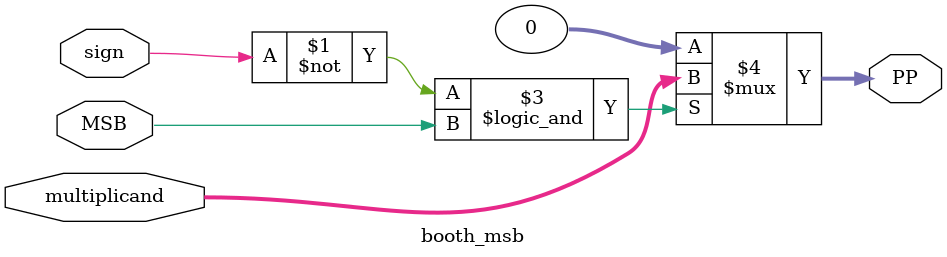
<source format=v>
`timescale 1ns / 1ps

module booth_msb (
	input wire [31:0] multiplicand,
	input wire MSB,
	input wire sign,
	output wire [31:0] PP
);

	assign PP = ((sign == 0) && (MSB == 1))? multiplicand : 32'b0;

endmodule
</source>
